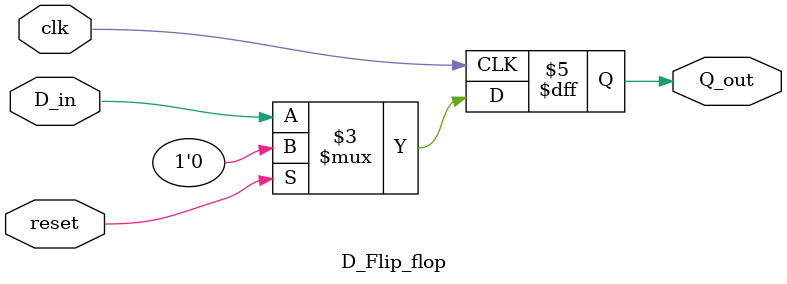
<source format=v>
`timescale 1ns / 1ps

module D_Flip_flop(
input clk,
input reset,
input D_in,
output reg Q_out
    );
    
    always @(posedge clk )
    if(reset)
    Q_out <= 1'b0;
    else
    Q_out <= D_in;
endmodule

</source>
